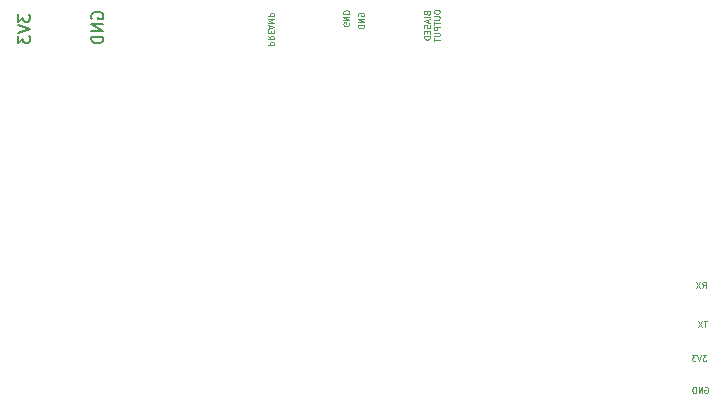
<source format=gbr>
G04 #@! TF.GenerationSoftware,KiCad,Pcbnew,(5.1.4)-1*
G04 #@! TF.CreationDate,2020-09-14T15:12:37+01:00*
G04 #@! TF.ProjectId,F7_100pin,46375f31-3030-4706-996e-2e6b69636164,rev?*
G04 #@! TF.SameCoordinates,Original*
G04 #@! TF.FileFunction,Legend,Bot*
G04 #@! TF.FilePolarity,Positive*
%FSLAX46Y46*%
G04 Gerber Fmt 4.6, Leading zero omitted, Abs format (unit mm)*
G04 Created by KiCad (PCBNEW (5.1.4)-1) date 2020-09-14 15:12:37*
%MOMM*%
%LPD*%
G04 APERTURE LIST*
%ADD10C,0.075000*%
%ADD11C,0.150000*%
G04 APERTURE END LIST*
D10*
X128180952Y-53650000D02*
X128228571Y-53626190D01*
X128300000Y-53626190D01*
X128371428Y-53650000D01*
X128419047Y-53697619D01*
X128442857Y-53745238D01*
X128466666Y-53840476D01*
X128466666Y-53911904D01*
X128442857Y-54007142D01*
X128419047Y-54054761D01*
X128371428Y-54102380D01*
X128300000Y-54126190D01*
X128252380Y-54126190D01*
X128180952Y-54102380D01*
X128157142Y-54078571D01*
X128157142Y-53911904D01*
X128252380Y-53911904D01*
X127942857Y-54126190D02*
X127942857Y-53626190D01*
X127657142Y-54126190D01*
X127657142Y-53626190D01*
X127419047Y-54126190D02*
X127419047Y-53626190D01*
X127300000Y-53626190D01*
X127228571Y-53650000D01*
X127180952Y-53697619D01*
X127157142Y-53745238D01*
X127133333Y-53840476D01*
X127133333Y-53911904D01*
X127157142Y-54007142D01*
X127180952Y-54054761D01*
X127228571Y-54102380D01*
X127300000Y-54126190D01*
X127419047Y-54126190D01*
X128319047Y-50926190D02*
X128009523Y-50926190D01*
X128176190Y-51116666D01*
X128104761Y-51116666D01*
X128057142Y-51140476D01*
X128033333Y-51164285D01*
X128009523Y-51211904D01*
X128009523Y-51330952D01*
X128033333Y-51378571D01*
X128057142Y-51402380D01*
X128104761Y-51426190D01*
X128247619Y-51426190D01*
X128295238Y-51402380D01*
X128319047Y-51378571D01*
X127866666Y-50926190D02*
X127700000Y-51426190D01*
X127533333Y-50926190D01*
X127414285Y-50926190D02*
X127104761Y-50926190D01*
X127271428Y-51116666D01*
X127200000Y-51116666D01*
X127152380Y-51140476D01*
X127128571Y-51164285D01*
X127104761Y-51211904D01*
X127104761Y-51330952D01*
X127128571Y-51378571D01*
X127152380Y-51402380D01*
X127200000Y-51426190D01*
X127342857Y-51426190D01*
X127390476Y-51402380D01*
X127414285Y-51378571D01*
X128380952Y-48026190D02*
X128095238Y-48026190D01*
X128238095Y-48526190D02*
X128238095Y-48026190D01*
X127976190Y-48026190D02*
X127642857Y-48526190D01*
X127642857Y-48026190D02*
X127976190Y-48526190D01*
X127983333Y-45226190D02*
X128150000Y-44988095D01*
X128269047Y-45226190D02*
X128269047Y-44726190D01*
X128078571Y-44726190D01*
X128030952Y-44750000D01*
X128007142Y-44773809D01*
X127983333Y-44821428D01*
X127983333Y-44892857D01*
X128007142Y-44940476D01*
X128030952Y-44964285D01*
X128078571Y-44988095D01*
X128269047Y-44988095D01*
X127816666Y-44726190D02*
X127483333Y-45226190D01*
X127483333Y-44726190D02*
X127816666Y-45226190D01*
X104651785Y-21988095D02*
X104675595Y-22059523D01*
X104699404Y-22083333D01*
X104747023Y-22107142D01*
X104818452Y-22107142D01*
X104866071Y-22083333D01*
X104889880Y-22059523D01*
X104913690Y-22011904D01*
X104913690Y-21821428D01*
X104413690Y-21821428D01*
X104413690Y-21988095D01*
X104437500Y-22035714D01*
X104461309Y-22059523D01*
X104508928Y-22083333D01*
X104556547Y-22083333D01*
X104604166Y-22059523D01*
X104627976Y-22035714D01*
X104651785Y-21988095D01*
X104651785Y-21821428D01*
X104913690Y-22321428D02*
X104413690Y-22321428D01*
X104770833Y-22535714D02*
X104770833Y-22773809D01*
X104913690Y-22488095D02*
X104413690Y-22654761D01*
X104913690Y-22821428D01*
X104889880Y-22964285D02*
X104913690Y-23035714D01*
X104913690Y-23154761D01*
X104889880Y-23202380D01*
X104866071Y-23226190D01*
X104818452Y-23250000D01*
X104770833Y-23250000D01*
X104723214Y-23226190D01*
X104699404Y-23202380D01*
X104675595Y-23154761D01*
X104651785Y-23059523D01*
X104627976Y-23011904D01*
X104604166Y-22988095D01*
X104556547Y-22964285D01*
X104508928Y-22964285D01*
X104461309Y-22988095D01*
X104437500Y-23011904D01*
X104413690Y-23059523D01*
X104413690Y-23178571D01*
X104437500Y-23250000D01*
X104651785Y-23464285D02*
X104651785Y-23630952D01*
X104913690Y-23702380D02*
X104913690Y-23464285D01*
X104413690Y-23464285D01*
X104413690Y-23702380D01*
X104913690Y-23916666D02*
X104413690Y-23916666D01*
X104413690Y-24035714D01*
X104437500Y-24107142D01*
X104485119Y-24154761D01*
X104532738Y-24178571D01*
X104627976Y-24202380D01*
X104699404Y-24202380D01*
X104794642Y-24178571D01*
X104842261Y-24154761D01*
X104889880Y-24107142D01*
X104913690Y-24035714D01*
X104913690Y-23916666D01*
X105238690Y-21797619D02*
X105238690Y-21892857D01*
X105262500Y-21940476D01*
X105310119Y-21988095D01*
X105405357Y-22011904D01*
X105572023Y-22011904D01*
X105667261Y-21988095D01*
X105714880Y-21940476D01*
X105738690Y-21892857D01*
X105738690Y-21797619D01*
X105714880Y-21750000D01*
X105667261Y-21702380D01*
X105572023Y-21678571D01*
X105405357Y-21678571D01*
X105310119Y-21702380D01*
X105262500Y-21750000D01*
X105238690Y-21797619D01*
X105238690Y-22226190D02*
X105643452Y-22226190D01*
X105691071Y-22250000D01*
X105714880Y-22273809D01*
X105738690Y-22321428D01*
X105738690Y-22416666D01*
X105714880Y-22464285D01*
X105691071Y-22488095D01*
X105643452Y-22511904D01*
X105238690Y-22511904D01*
X105238690Y-22678571D02*
X105238690Y-22964285D01*
X105738690Y-22821428D02*
X105238690Y-22821428D01*
X105738690Y-23130952D02*
X105238690Y-23130952D01*
X105238690Y-23321428D01*
X105262500Y-23369047D01*
X105286309Y-23392857D01*
X105333928Y-23416666D01*
X105405357Y-23416666D01*
X105452976Y-23392857D01*
X105476785Y-23369047D01*
X105500595Y-23321428D01*
X105500595Y-23130952D01*
X105238690Y-23630952D02*
X105643452Y-23630952D01*
X105691071Y-23654761D01*
X105714880Y-23678571D01*
X105738690Y-23726190D01*
X105738690Y-23821428D01*
X105714880Y-23869047D01*
X105691071Y-23892857D01*
X105643452Y-23916666D01*
X105238690Y-23916666D01*
X105238690Y-24083333D02*
X105238690Y-24369047D01*
X105738690Y-24226190D02*
X105238690Y-24226190D01*
X98850000Y-22219047D02*
X98826190Y-22171428D01*
X98826190Y-22100000D01*
X98850000Y-22028571D01*
X98897619Y-21980952D01*
X98945238Y-21957142D01*
X99040476Y-21933333D01*
X99111904Y-21933333D01*
X99207142Y-21957142D01*
X99254761Y-21980952D01*
X99302380Y-22028571D01*
X99326190Y-22100000D01*
X99326190Y-22147619D01*
X99302380Y-22219047D01*
X99278571Y-22242857D01*
X99111904Y-22242857D01*
X99111904Y-22147619D01*
X99326190Y-22457142D02*
X98826190Y-22457142D01*
X99326190Y-22742857D01*
X98826190Y-22742857D01*
X99326190Y-22980952D02*
X98826190Y-22980952D01*
X98826190Y-23100000D01*
X98850000Y-23171428D01*
X98897619Y-23219047D01*
X98945238Y-23242857D01*
X99040476Y-23266666D01*
X99111904Y-23266666D01*
X99207142Y-23242857D01*
X99254761Y-23219047D01*
X99302380Y-23171428D01*
X99326190Y-23100000D01*
X99326190Y-22980952D01*
X98050000Y-22780952D02*
X98073809Y-22828571D01*
X98073809Y-22900000D01*
X98050000Y-22971428D01*
X98002380Y-23019047D01*
X97954761Y-23042857D01*
X97859523Y-23066666D01*
X97788095Y-23066666D01*
X97692857Y-23042857D01*
X97645238Y-23019047D01*
X97597619Y-22971428D01*
X97573809Y-22900000D01*
X97573809Y-22852380D01*
X97597619Y-22780952D01*
X97621428Y-22757142D01*
X97788095Y-22757142D01*
X97788095Y-22852380D01*
X97573809Y-22542857D02*
X98073809Y-22542857D01*
X97573809Y-22257142D01*
X98073809Y-22257142D01*
X97573809Y-22019047D02*
X98073809Y-22019047D01*
X98073809Y-21900000D01*
X98050000Y-21828571D01*
X98002380Y-21780952D01*
X97954761Y-21757142D01*
X97859523Y-21733333D01*
X97788095Y-21733333D01*
X97692857Y-21757142D01*
X97645238Y-21780952D01*
X97597619Y-21828571D01*
X97573809Y-21900000D01*
X97573809Y-22019047D01*
X91173809Y-24657142D02*
X91673809Y-24657142D01*
X91673809Y-24466666D01*
X91650000Y-24419047D01*
X91626190Y-24395238D01*
X91578571Y-24371428D01*
X91507142Y-24371428D01*
X91459523Y-24395238D01*
X91435714Y-24419047D01*
X91411904Y-24466666D01*
X91411904Y-24657142D01*
X91173809Y-23871428D02*
X91411904Y-24038095D01*
X91173809Y-24157142D02*
X91673809Y-24157142D01*
X91673809Y-23966666D01*
X91650000Y-23919047D01*
X91626190Y-23895238D01*
X91578571Y-23871428D01*
X91507142Y-23871428D01*
X91459523Y-23895238D01*
X91435714Y-23919047D01*
X91411904Y-23966666D01*
X91411904Y-24157142D01*
X91435714Y-23657142D02*
X91435714Y-23490476D01*
X91173809Y-23419047D02*
X91173809Y-23657142D01*
X91673809Y-23657142D01*
X91673809Y-23419047D01*
X91316666Y-23228571D02*
X91316666Y-22990476D01*
X91173809Y-23276190D02*
X91673809Y-23109523D01*
X91173809Y-22942857D01*
X91173809Y-22776190D02*
X91673809Y-22776190D01*
X91316666Y-22609523D01*
X91673809Y-22442857D01*
X91173809Y-22442857D01*
X91173809Y-22204761D02*
X91673809Y-22204761D01*
X91673809Y-22014285D01*
X91650000Y-21966666D01*
X91626190Y-21942857D01*
X91578571Y-21919047D01*
X91507142Y-21919047D01*
X91459523Y-21942857D01*
X91435714Y-21966666D01*
X91411904Y-22014285D01*
X91411904Y-22204761D01*
D11*
X76300000Y-22438095D02*
X76252380Y-22342857D01*
X76252380Y-22200000D01*
X76300000Y-22057142D01*
X76395238Y-21961904D01*
X76490476Y-21914285D01*
X76680952Y-21866666D01*
X76823809Y-21866666D01*
X77014285Y-21914285D01*
X77109523Y-21961904D01*
X77204761Y-22057142D01*
X77252380Y-22200000D01*
X77252380Y-22295238D01*
X77204761Y-22438095D01*
X77157142Y-22485714D01*
X76823809Y-22485714D01*
X76823809Y-22295238D01*
X77252380Y-22914285D02*
X76252380Y-22914285D01*
X77252380Y-23485714D01*
X76252380Y-23485714D01*
X77252380Y-23961904D02*
X76252380Y-23961904D01*
X76252380Y-24200000D01*
X76300000Y-24342857D01*
X76395238Y-24438095D01*
X76490476Y-24485714D01*
X76680952Y-24533333D01*
X76823809Y-24533333D01*
X77014285Y-24485714D01*
X77109523Y-24438095D01*
X77204761Y-24342857D01*
X77252380Y-24200000D01*
X77252380Y-23961904D01*
X70052380Y-22061904D02*
X70052380Y-22680952D01*
X70433333Y-22347619D01*
X70433333Y-22490476D01*
X70480952Y-22585714D01*
X70528571Y-22633333D01*
X70623809Y-22680952D01*
X70861904Y-22680952D01*
X70957142Y-22633333D01*
X71004761Y-22585714D01*
X71052380Y-22490476D01*
X71052380Y-22204761D01*
X71004761Y-22109523D01*
X70957142Y-22061904D01*
X70052380Y-22966666D02*
X71052380Y-23300000D01*
X70052380Y-23633333D01*
X70052380Y-23871428D02*
X70052380Y-24490476D01*
X70433333Y-24157142D01*
X70433333Y-24300000D01*
X70480952Y-24395238D01*
X70528571Y-24442857D01*
X70623809Y-24490476D01*
X70861904Y-24490476D01*
X70957142Y-24442857D01*
X71004761Y-24395238D01*
X71052380Y-24300000D01*
X71052380Y-24014285D01*
X71004761Y-23919047D01*
X70957142Y-23871428D01*
M02*

</source>
